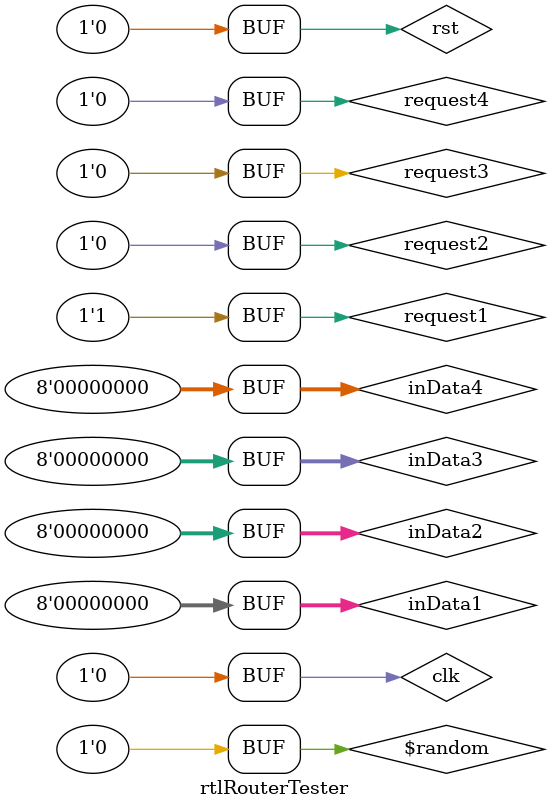
<source format=v>


`timescale 1ns/100ps

module rtlRouterTester;
  
  // Declare all inputs and outputsA:
    
  reg [7:0] inData1, inData2, inData3, inData4;
  reg clk, rst, request1, request2, request3, request4;
    
  wire [7:0] output_port;
  wire ready1, ready2, ready3, ready4;
    
  // Instantiate an rtlRouter module:
    
  rtlRouter UUT (inData1, inData2, inData3, inData4,
                 clk, rst, request1, request2, request3, request4,
                 output_port,
                 ready1, ready2, ready3, ready4);
                 
  // Set all reg inputs to initial values:
                   
  initial begin
    
    inData1 = 0; inData2 = 0; inData3 = 0; inData4 = 0;
    clk = 0; rst = 1;
    request1 = 0; request2 = 0; request3 = 0; request4 = 0;
    
  end
  
  // Every 'x' ns, give random data to the DataPort variables.
  
  initial repeat (72) begin
    #22;
    inData1 = $random;
    inData2 = $random;
    inData3 = $random;
    inData4 = $random;
  end
  
  initial repeat (72) #22 clk = ~clk;
  
  // Begin the main testbench sequence:
  
  initial begin
    
    rst <= #50 0;
    
    request1 <= #100 1;
    
  end

endmodule
</source>
